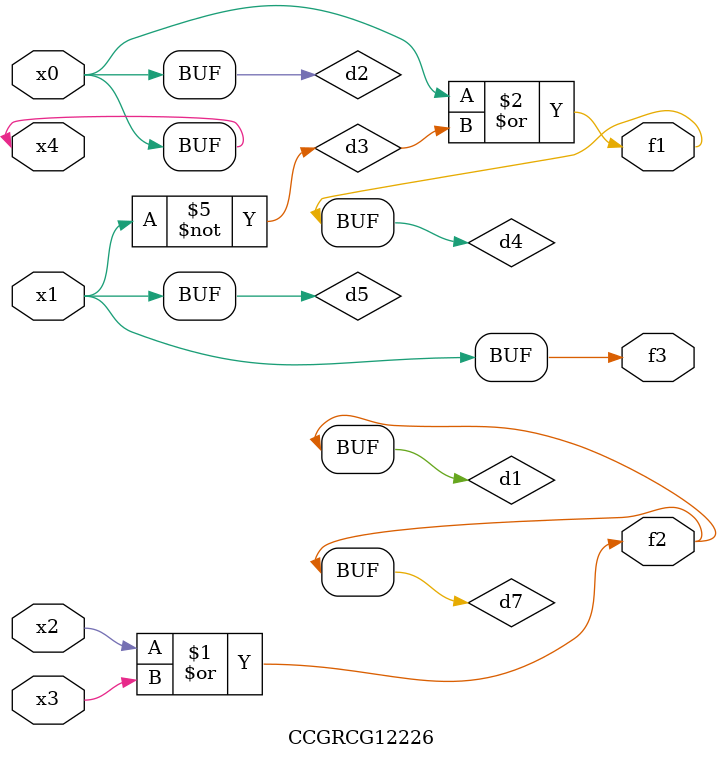
<source format=v>
module CCGRCG12226(
	input x0, x1, x2, x3, x4,
	output f1, f2, f3
);

	wire d1, d2, d3, d4, d5, d6, d7;

	or (d1, x2, x3);
	buf (d2, x0, x4);
	not (d3, x1);
	or (d4, d2, d3);
	not (d5, d3);
	nand (d6, d1, d3);
	or (d7, d1);
	assign f1 = d4;
	assign f2 = d7;
	assign f3 = d5;
endmodule

</source>
